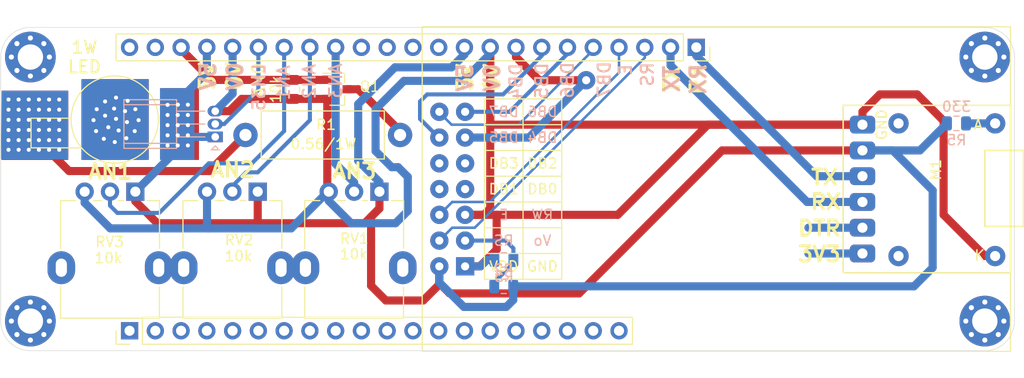
<source format=kicad_pcb>
(kicad_pcb (version 20171130) (host pcbnew "(5.1.5)-2")
  (layers (0 F.Cu signal) (31 B.Cu signal) (34 B.Paste user) (35 F.Paste user) (36 B.SilkS user) (37 F.SilkS user) (38 B.Mask user) (39 F.Mask user) (44 Edge.Cuts user))
  (net 0 "")
  (net 1 "Net-(J1-Pad1)")
  (net 2 "Net-(J2-Pad1)")
  (net 3 "Net-(J3-Pad1)")
  (net 4 "Net-(J4-Pad1)")
  (net 5 /RC0)
  (net 6 /RC1)
  (net 7 /RC2)
  (net 8 /RC3)
  (net 9 /RC4)
  (net 10 /RC5)
  (net 11 /RC6)
  (net 12 /RC7)
  (net 13 /RD0)
  (net 14 /RD1)
  (net 15 /RD2)
  (net 16 /RD3)
  (net 17 /RD4)
  (net 18 /RD5)
  (net 19 /RD6)
  (net 20 /RD7)
  (net 21 /RA0)
  (net 22 /RA1)
  (net 23 /RA2)
  (net 24 /RA3)
  (net 25 /RA4)
  (net 26 /RA5)
  (net 27 /RA6)
  (net 28 /RA7)
  (net 29 /RB0)
  (net 30 /RB1)
  (net 31 /RB2)
  (net 32 /RB3)
  (net 33 /RB4)
  (net 34 /RB5)
  (net 35 /RB6)
  (net 36 /RB7)
  (net 37 /RE0)
  (net 38 /RE1)
  (net 39 /RE2)
  (net 40 "Net-(D1-Pad1)")
  (net 41 VDD)
  (net 42 GND)
  (net 43 "Net-(M1-Pad5)")
  (net 44 "Net-(M1-Pad6)")
  (net 45 "Net-(U1-Pad7)")
  (net 46 "Net-(U1-Pad8)")
  (net 47 "Net-(U1-Pad9)")
  (net 48 "Net-(U1-Pad10)")
  (net 49 "Net-(R2-Pad2)")
  (net 50 "Net-(Q1-Pad3)")
  (net 51 "Net-(R5-Pad2)")
  (module Triet_KiCAD_footprint_v1:LCD_0802 (layer F.Cu) (at 183.0705 97.346507)
    (fp_text reference U1 hide)
    (fp_text value LCD0802)
    (fp_text user A (at 55.6641 8.8773) (layer F.SilkS))
    (fp_text user K (at 55.8038 21.7805) (layer F.SilkS))
    (fp_text user GND (at 12.7 22.86) (layer F.SilkS))
    (fp_text user VDD (at 8.89 22.86) (layer F.SilkS))
    (fp_text user Vo (at 12.7 20.32) (layer B.SilkS) (effects (justify mirror)))
    (fp_text user RW (at 12.7 17.78) (layer B.SilkS) (effects (justify mirror)))
    (fp_text user DB0 (at 12.7 15.24) (layer F.SilkS))
    (fp_text user DB2 (at 12.7 12.7) (layer F.SilkS))
    (fp_text user DB4 (at 12.7 10.16) (layer B.SilkS) (effects (justify mirror)))
    (fp_text user DB6 (at 12.7 7.62) (layer B.SilkS) (effects (justify mirror)))
    (fp_text user RS (at 8.89 20.32) (layer B.SilkS) (effects (justify mirror)))
    (fp_text user E (at 8.89 17.78) (layer B.SilkS) (effects (justify mirror)))
    (fp_text user DB1 (at 8.89 15.24) (layer F.SilkS))
    (fp_text user DB3 (at 8.89 12.7) (layer F.SilkS))
    (fp_text user DB5 (at 8.89 10.16) (layer B.SilkS) (effects (justify mirror)))
    (fp_text user DB7 (at 8.89 7.62) (layer B.SilkS) (effects (justify mirror)))
    (pad 1 thru_hole rect (at 5.08 22.86) (size 1.8 1.8) (drill 0.8) (layers *.Cu *.Mask) (net 42 GND))
    (pad 2 thru_hole circle (at 2.54 22.86) (size 1.8 1.8) (drill 0.8) (layers *.Cu *.Mask) (net 41 VDD))
    (pad 3 thru_hole circle (at 5.08 20.32) (size 1.8 1.8) (drill 0.8) (layers *.Cu *.Mask) (net 49 "Net-(R2-Pad2)"))
    (pad 4 thru_hole circle (at 2.54 20.32) (size 1.8 1.8) (drill 0.8) (layers *.Cu *.Mask) (net 10 /RC5))
    (pad 5 thru_hole circle (at 5.08 17.78) (size 1.8 1.8) (drill 0.8) (layers *.Cu *.Mask) (net 42 GND))
    (pad 6 thru_hole circle (at 2.54 17.78) (size 1.8 1.8) (drill 0.8) (layers *.Cu *.Mask) (net 9 /RC4))
    (pad 7 thru_hole circle (at 5.08 15.24) (size 1.8 1.8) (drill 0.8) (layers *.Cu *.Mask) (net 45 "Net-(U1-Pad7)"))
    (pad 8 thru_hole circle (at 2.54 15.24) (size 1.8 1.8) (drill 0.8) (layers *.Cu *.Mask) (net 46 "Net-(U1-Pad8)"))
    (pad 9 thru_hole circle (at 5.08 12.7) (size 1.8 1.8) (drill 0.8) (layers *.Cu *.Mask) (net 47 "Net-(U1-Pad9)"))
    (pad 10 thru_hole circle (at 2.54 12.7) (size 1.8 1.8) (drill 0.8) (layers *.Cu *.Mask) (net 48 "Net-(U1-Pad10)"))
    (pad 11 thru_hole circle (at 5.08 10.16) (size 1.8 1.8) (drill 0.8) (layers *.Cu *.Mask) (net 5 /RC0))
    (pad 12 thru_hole circle (at 2.54 10.16) (size 1.8 1.8) (drill 0.8) (layers *.Cu *.Mask) (net 6 /RC1))
    (pad 13 thru_hole circle (at 5.08 7.62) (size 1.8 1.8) (drill 0.8) (layers *.Cu *.Mask) (net 7 /RC2))
    (pad 14 thru_hole circle (at 2.54 7.62) (size 1.8 1.8) (drill 0.8) (layers *.Cu *.Mask) (net 8 /RC3))
    (pad 15 thru_hole circle (at 57.3786 8.8011) (size 1.8 1.8) (drill 0.8) (layers *.Cu *.Mask) (net 51 "Net-(R5-Pad2)"))
    (pad 16 thru_hole circle (at 57.3786 21.8313) (size 1.8 1.8) (drill 0.8) (layers *.Cu *.Mask) (net 42 GND))
  )
  (module Connector_PinSocket_2.54mm:PinSocket_1x23_P2.54mm_Vertical (layer F.Cu) (at 210.947 98.6155 270)
    (fp_text reference J6 hide)
    (fp_text value Conn_01x23)
    (pad 1 thru_hole rect (at 0 0 270) (size 1.7 1.7) (drill 1) (layers *.Cu *.Mask) (net 12 /RC7))
    (pad 2 thru_hole oval (at 0 2.54 270) (size 1.7 1.7) (drill 1) (layers *.Cu *.Mask) (net 11 /RC6))
    (pad 3 thru_hole oval (at 0 5.08 270) (size 1.7 1.7) (drill 1) (layers *.Cu *.Mask) (net 10 /RC5))
    (pad 4 thru_hole oval (at 0 7.62 270) (size 1.7 1.7) (drill 1) (layers *.Cu *.Mask) (net 9 /RC4))
    (pad 5 thru_hole oval (at 0 10.16 270) (size 1.7 1.7) (drill 1) (layers *.Cu *.Mask) (net 8 /RC3))
    (pad 6 thru_hole oval (at 0 12.7 270) (size 1.7 1.7) (drill 1) (layers *.Cu *.Mask) (net 7 /RC2))
    (pad 7 thru_hole oval (at 0 15.24 270) (size 1.7 1.7) (drill 1) (layers *.Cu *.Mask) (net 6 /RC1))
    (pad 8 thru_hole oval (at 0 17.78 270) (size 1.7 1.7) (drill 1) (layers *.Cu *.Mask) (net 5 /RC0))
    (pad 9 thru_hole oval (at 0 20.32 270) (size 1.7 1.7) (drill 1) (layers *.Cu *.Mask) (net 42 GND))
    (pad 10 thru_hole oval (at 0 22.86 270) (size 1.7 1.7) (drill 1) (layers *.Cu *.Mask) (net 41 VDD))
    (pad 11 thru_hole oval (at 0 25.4 270) (size 1.7 1.7) (drill 1) (layers *.Cu *.Mask) (net 28 /RA7))
    (pad 12 thru_hole oval (at 0 27.94 270) (size 1.7 1.7) (drill 1) (layers *.Cu *.Mask) (net 27 /RA6))
    (pad 13 thru_hole oval (at 0 30.48 270) (size 1.7 1.7) (drill 1) (layers *.Cu *.Mask) (net 26 /RA5))
    (pad 14 thru_hole oval (at 0 33.02 270) (size 1.7 1.7) (drill 1) (layers *.Cu *.Mask) (net 25 /RA4))
    (pad 15 thru_hole oval (at 0 35.56 270) (size 1.7 1.7) (drill 1) (layers *.Cu *.Mask) (net 24 /RA3))
    (pad 16 thru_hole oval (at 0 38.1 270) (size 1.7 1.7) (drill 1) (layers *.Cu *.Mask) (net 23 /RA2))
    (pad 17 thru_hole oval (at 0 40.64 270) (size 1.7 1.7) (drill 1) (layers *.Cu *.Mask) (net 22 /RA1))
    (pad 18 thru_hole oval (at 0 43.18 270) (size 1.7 1.7) (drill 1) (layers *.Cu *.Mask) (net 21 /RA0))
    (pad 19 thru_hole oval (at 0 45.72 270) (size 1.7 1.7) (drill 1) (layers *.Cu *.Mask) (net 42 GND))
    (pad 20 thru_hole oval (at 0 48.26 270) (size 1.7 1.7) (drill 1) (layers *.Cu *.Mask) (net 41 VDD))
    (pad 21 thru_hole oval (at 0 50.8 270) (size 1.7 1.7) (drill 1) (layers *.Cu *.Mask) (net 39 /RE2))
    (pad 22 thru_hole oval (at 0 53.34 270) (size 1.7 1.7) (drill 1) (layers *.Cu *.Mask) (net 38 /RE1))
    (pad 23 thru_hole oval (at 0 55.88 270) (size 1.7 1.7) (drill 1) (layers *.Cu *.Mask) (net 37 /RE0))
  )
  (module MountingHole:MountingHole_2.5mm_Pad_Via (layer F.Cu) (at 145.288 99.568)
    (fp_text reference J1 hide)
    (fp_text value "Mounting hole M3" hide)
    (pad 1 thru_hole circle (at 0 0) (size 5 5) (drill 2.5) (layers *.Cu *.Mask) (net 1 "Net-(J1-Pad1)"))
    (pad 1 thru_hole circle (at 1.875 0) (size 0.8 0.8) (drill 0.5) (layers *.Cu *.Mask) (net 1 "Net-(J1-Pad1)"))
    (pad 1 thru_hole circle (at 1.325825 1.325825) (size 0.8 0.8) (drill 0.5) (layers *.Cu *.Mask) (net 1 "Net-(J1-Pad1)"))
    (pad 1 thru_hole circle (at 0 1.875) (size 0.8 0.8) (drill 0.5) (layers *.Cu *.Mask) (net 1 "Net-(J1-Pad1)"))
    (pad 1 thru_hole circle (at -1.325825 1.325825) (size 0.8 0.8) (drill 0.5) (layers *.Cu *.Mask) (net 1 "Net-(J1-Pad1)"))
    (pad 1 thru_hole circle (at -1.875 0) (size 0.8 0.8) (drill 0.5) (layers *.Cu *.Mask) (net 1 "Net-(J1-Pad1)"))
    (pad 1 thru_hole circle (at -1.325825 -1.325825) (size 0.8 0.8) (drill 0.5) (layers *.Cu *.Mask) (net 1 "Net-(J1-Pad1)"))
    (pad 1 thru_hole circle (at 0 -1.875) (size 0.8 0.8) (drill 0.5) (layers *.Cu *.Mask) (net 1 "Net-(J1-Pad1)"))
    (pad 1 thru_hole circle (at 1.325825 -1.325825) (size 0.8 0.8) (drill 0.5) (layers *.Cu *.Mask) (net 1 "Net-(J1-Pad1)"))
  )
  (module MountingHole:MountingHole_2.5mm_Pad_Via (layer F.Cu) (at 145.288 125.603)
    (fp_text reference J2 hide)
    (fp_text value "Mounting hole M3" hide)
    (pad 1 thru_hole circle (at 1.325825 -1.325825) (size 0.8 0.8) (drill 0.5) (layers *.Cu *.Mask) (net 2 "Net-(J2-Pad1)"))
    (pad 1 thru_hole circle (at 0 -1.875) (size 0.8 0.8) (drill 0.5) (layers *.Cu *.Mask) (net 2 "Net-(J2-Pad1)"))
    (pad 1 thru_hole circle (at -1.325825 -1.325825) (size 0.8 0.8) (drill 0.5) (layers *.Cu *.Mask) (net 2 "Net-(J2-Pad1)"))
    (pad 1 thru_hole circle (at -1.875 0) (size 0.8 0.8) (drill 0.5) (layers *.Cu *.Mask) (net 2 "Net-(J2-Pad1)"))
    (pad 1 thru_hole circle (at -1.325825 1.325825) (size 0.8 0.8) (drill 0.5) (layers *.Cu *.Mask) (net 2 "Net-(J2-Pad1)"))
    (pad 1 thru_hole circle (at 0 1.875) (size 0.8 0.8) (drill 0.5) (layers *.Cu *.Mask) (net 2 "Net-(J2-Pad1)"))
    (pad 1 thru_hole circle (at 1.325825 1.325825) (size 0.8 0.8) (drill 0.5) (layers *.Cu *.Mask) (net 2 "Net-(J2-Pad1)"))
    (pad 1 thru_hole circle (at 1.875 0) (size 0.8 0.8) (drill 0.5) (layers *.Cu *.Mask) (net 2 "Net-(J2-Pad1)"))
    (pad 1 thru_hole circle (at 0 0) (size 5 5) (drill 2.5) (layers *.Cu *.Mask) (net 2 "Net-(J2-Pad1)"))
  )
  (module MountingHole:MountingHole_2.5mm_Pad_Via (layer F.Cu) (at 239.395 99.568)
    (fp_text reference J3 hide)
    (fp_text value "Mounting hole M3" hide)
    (pad 1 thru_hole circle (at 0 0) (size 5 5) (drill 2.5) (layers *.Cu *.Mask) (net 3 "Net-(J3-Pad1)"))
    (pad 1 thru_hole circle (at 1.875 0) (size 0.8 0.8) (drill 0.5) (layers *.Cu *.Mask) (net 3 "Net-(J3-Pad1)"))
    (pad 1 thru_hole circle (at 1.325825 1.325825) (size 0.8 0.8) (drill 0.5) (layers *.Cu *.Mask) (net 3 "Net-(J3-Pad1)"))
    (pad 1 thru_hole circle (at 0 1.875) (size 0.8 0.8) (drill 0.5) (layers *.Cu *.Mask) (net 3 "Net-(J3-Pad1)"))
    (pad 1 thru_hole circle (at -1.325825 1.325825) (size 0.8 0.8) (drill 0.5) (layers *.Cu *.Mask) (net 3 "Net-(J3-Pad1)"))
    (pad 1 thru_hole circle (at -1.875 0) (size 0.8 0.8) (drill 0.5) (layers *.Cu *.Mask) (net 3 "Net-(J3-Pad1)"))
    (pad 1 thru_hole circle (at -1.325825 -1.325825) (size 0.8 0.8) (drill 0.5) (layers *.Cu *.Mask) (net 3 "Net-(J3-Pad1)"))
    (pad 1 thru_hole circle (at 0 -1.875) (size 0.8 0.8) (drill 0.5) (layers *.Cu *.Mask) (net 3 "Net-(J3-Pad1)"))
    (pad 1 thru_hole circle (at 1.325825 -1.325825) (size 0.8 0.8) (drill 0.5) (layers *.Cu *.Mask) (net 3 "Net-(J3-Pad1)"))
  )
  (module MountingHole:MountingHole_2.5mm_Pad_Via (layer F.Cu) (at 239.395 125.603)
    (fp_text reference J4 hide)
    (fp_text value "Mounting hole M3" hide)
    (pad 1 thru_hole circle (at 1.325825 -1.325825) (size 0.8 0.8) (drill 0.5) (layers *.Cu *.Mask) (net 4 "Net-(J4-Pad1)"))
    (pad 1 thru_hole circle (at 0 -1.875) (size 0.8 0.8) (drill 0.5) (layers *.Cu *.Mask) (net 4 "Net-(J4-Pad1)"))
    (pad 1 thru_hole circle (at -1.325825 -1.325825) (size 0.8 0.8) (drill 0.5) (layers *.Cu *.Mask) (net 4 "Net-(J4-Pad1)"))
    (pad 1 thru_hole circle (at -1.875 0) (size 0.8 0.8) (drill 0.5) (layers *.Cu *.Mask) (net 4 "Net-(J4-Pad1)"))
    (pad 1 thru_hole circle (at -1.325825 1.325825) (size 0.8 0.8) (drill 0.5) (layers *.Cu *.Mask) (net 4 "Net-(J4-Pad1)"))
    (pad 1 thru_hole circle (at 0 1.875) (size 0.8 0.8) (drill 0.5) (layers *.Cu *.Mask) (net 4 "Net-(J4-Pad1)"))
    (pad 1 thru_hole circle (at 1.325825 1.325825) (size 0.8 0.8) (drill 0.5) (layers *.Cu *.Mask) (net 4 "Net-(J4-Pad1)"))
    (pad 1 thru_hole circle (at 1.875 0) (size 0.8 0.8) (drill 0.5) (layers *.Cu *.Mask) (net 4 "Net-(J4-Pad1)"))
    (pad 1 thru_hole circle (at 0 0) (size 5 5) (drill 2.5) (layers *.Cu *.Mask) (net 4 "Net-(J4-Pad1)"))
  )
  (module Connector_PinHeader_2.54mm:PinHeader_1x20_P2.54mm_Vertical (layer F.Cu) (at 155.067 126.5555 90)
    (fp_text reference J5 hide)
    (fp_text value Conn_01x20)
    (pad 1 thru_hole rect (at 0 0 90) (size 1.7 1.7) (drill 1) (layers *.Cu *.Mask) (net 41 VDD))
    (pad 2 thru_hole oval (at 0 2.54 90) (size 1.7 1.7) (drill 1) (layers *.Cu *.Mask) (net 42 GND))
    (pad 3 thru_hole oval (at 0 5.08 90) (size 1.7 1.7) (drill 1) (layers *.Cu *.Mask) (net 36 /RB7))
    (pad 4 thru_hole oval (at 0 7.62 90) (size 1.7 1.7) (drill 1) (layers *.Cu *.Mask) (net 35 /RB6))
    (pad 5 thru_hole oval (at 0 10.16 90) (size 1.7 1.7) (drill 1) (layers *.Cu *.Mask) (net 34 /RB5))
    (pad 6 thru_hole oval (at 0 12.7 90) (size 1.7 1.7) (drill 1) (layers *.Cu *.Mask) (net 33 /RB4))
    (pad 7 thru_hole oval (at 0 15.24 90) (size 1.7 1.7) (drill 1) (layers *.Cu *.Mask) (net 32 /RB3))
    (pad 8 thru_hole oval (at 0 17.78 90) (size 1.7 1.7) (drill 1) (layers *.Cu *.Mask) (net 31 /RB2))
    (pad 9 thru_hole oval (at 0 20.32 90) (size 1.7 1.7) (drill 1) (layers *.Cu *.Mask) (net 30 /RB1))
    (pad 10 thru_hole oval (at 0 22.86 90) (size 1.7 1.7) (drill 1) (layers *.Cu *.Mask) (net 29 /RB0))
    (pad 11 thru_hole oval (at 0 25.4 90) (size 1.7 1.7) (drill 1) (layers *.Cu *.Mask) (net 41 VDD))
    (pad 12 thru_hole oval (at 0 27.94 90) (size 1.7 1.7) (drill 1) (layers *.Cu *.Mask) (net 42 GND))
    (pad 13 thru_hole oval (at 0 30.48 90) (size 1.7 1.7) (drill 1) (layers *.Cu *.Mask) (net 20 /RD7))
    (pad 14 thru_hole oval (at 0 33.02 90) (size 1.7 1.7) (drill 1) (layers *.Cu *.Mask) (net 19 /RD6))
    (pad 15 thru_hole oval (at 0 35.56 90) (size 1.7 1.7) (drill 1) (layers *.Cu *.Mask) (net 18 /RD5))
    (pad 16 thru_hole oval (at 0 38.1 90) (size 1.7 1.7) (drill 1) (layers *.Cu *.Mask) (net 17 /RD4))
    (pad 17 thru_hole oval (at 0 40.64 90) (size 1.7 1.7) (drill 1) (layers *.Cu *.Mask) (net 16 /RD3))
    (pad 18 thru_hole oval (at 0 43.18 90) (size 1.7 1.7) (drill 1) (layers *.Cu *.Mask) (net 15 /RD2))
    (pad 19 thru_hole oval (at 0 45.72 90) (size 1.7 1.7) (drill 1) (layers *.Cu *.Mask) (net 14 /RD1))
    (pad 20 thru_hole oval (at 0 48.26 90) (size 1.7 1.7) (drill 1) (layers *.Cu *.Mask) (net 13 /RD0))
  )
  (module LED_SMD:LED_1W_3W_R8 (layer F.Cu) (at 153.6065 105.7275)
    (fp_text reference D1 hide)
    (fp_text value LED)
    (pad 2 smd rect (at 6.35 -1.35) (size 3.5 2.7) (layers F.Cu F.Paste F.Mask) (net 41 VDD))
    (pad 1 smd rect (at -6.35 1.35) (size 3.5 2.7) (layers F.Cu F.Paste F.Mask) (net 40 "Net-(D1-Pad1)"))
    (pad 3 smd circle (at 0 0) (size 5.7 5.7) (layers F.Cu F.Paste F.Mask))
  )
  (module "KICAD_Library1_Triet:Module CH340E mini" (layer F.Cu) (at 227.33 112.5855 270)
    (fp_text reference M1 (at -1.905 -7.239 90) (layer F.SilkS))
    (fp_text value Module_CH340E)
    (fp_text user GND (at -6.35 -1.905 270) (layer F.SilkS))
    (pad 1 thru_hole roundrect (at -6.35 0 270) (size 1.75 2.5) (drill 1) (layers *.Cu *.Mask) (net 42 GND))
    (pad 0 thru_hole circle (at 6.604 -13.081) (size 2 2) (drill 1) (layers *.Cu *.Mask))
    (pad 0 thru_hole circle (at -6.477 -13.081) (size 2 2) (drill 1) (layers *.Cu *.Mask))
    (pad 0 thru_hole circle (at 6.604 -3.556) (size 2 2) (drill 1) (layers *.Cu *.Mask))
    (pad 0 thru_hole circle (at -6.477 -3.556) (size 2 2) (drill 1) (layers *.Cu *.Mask))
    (pad 2 thru_hole roundrect (at -3.81 0 270) (size 1.75 2.5) (drill 1) (layers *.Cu *.Mask) (net 41 VDD))
    (pad 3 thru_hole roundrect (at -1.27 0 270) (size 1.75 2.5) (drill 1) (layers *.Cu *.Mask) (net 12 /RC7))
    (pad 4 thru_hole roundrect (at 1.27 0 270) (size 1.75 2.5) (drill 1) (layers *.Cu *.Mask) (net 11 /RC6))
    (pad 5 thru_hole roundrect (at 3.81 0 270) (size 1.75 2.5) (drill 1) (layers *.Cu *.Mask) (net 43 "Net-(M1-Pad5)"))
    (pad 6 thru_hole roundrect (at 6.35 0 270) (size 1.75 2.5) (drill 1) (layers *.Cu *.Mask) (net 44 "Net-(M1-Pad6)"))
  )
  (module Resistor_THT:R_Axial_DIN0414_L11.9mm_D4.5mm_P15.24mm_Horizontal (layer F.Cu) (at 166.497 107.2515)
    (fp_text reference R1 (at 7.9375 -1.016) (layer F.SilkS))
    (fp_text value 0.56/1W (at 7.6835 0.889) (layer F.SilkS))
    (pad 1 thru_hole circle (at 0 0) (size 2.4 2.4) (drill 1.2) (layers *.Cu *.Mask) (net 40 "Net-(D1-Pad1)"))
    (pad 2 thru_hole oval (at 15.24 0) (size 2.4 2.4) (drill 1.2) (layers *.Cu *.Mask) (net 50 "Net-(Q1-Pad3)"))
  )
  (module Potentiometer_THT:Potentiometer_Alpha_RD901F-40-00D_Single_Vertical (layer F.Cu) (at 179.705 112.8395 270)
    (fp_text reference RV1 (at 4.6355 2.4765) (layer F.SilkS))
    (fp_text value 10k (at 6.1595 2.54) (layer F.SilkS))
    (pad 1 thru_hole rect (at 0 0) (size 1.8 1.8) (drill 1) (layers *.Cu *.Mask) (net 41 VDD))
    (pad 2 thru_hole circle (at 0 2.5) (size 1.8 1.8) (drill 1) (layers *.Cu *.Mask) (net 24 /RA3))
    (pad 3 thru_hole circle (at 0 5) (size 1.8 1.8) (drill 1) (layers *.Cu *.Mask) (net 42 GND))
    (pad "" thru_hole oval (at 7.5 7.3) (size 2.72 3.24) (drill oval 1.1 1.8) (layers *.Cu *.Mask))
    (pad "" thru_hole oval (at 7.5 -2.3) (size 2.72 3.24) (drill oval 1.1 1.8) (layers *.Cu *.Mask))
  )
  (module Potentiometer_THT:Potentiometer_Alpha_RD901F-40-00D_Single_Vertical (layer F.Cu) (at 167.7035 112.8395 270)
    (fp_text reference RV2 (at 4.7625 1.8415) (layer F.SilkS))
    (fp_text value 10k (at 6.35 1.905) (layer F.SilkS))
    (pad "" thru_hole oval (at 7.5 -2.3) (size 2.72 3.24) (drill oval 1.1 1.8) (layers *.Cu *.Mask))
    (pad "" thru_hole oval (at 7.5 7.3) (size 2.72 3.24) (drill oval 1.1 1.8) (layers *.Cu *.Mask))
    (pad 3 thru_hole circle (at 0 5) (size 1.8 1.8) (drill 1) (layers *.Cu *.Mask) (net 42 GND))
    (pad 2 thru_hole circle (at 0 2.5) (size 1.8 1.8) (drill 1) (layers *.Cu *.Mask) (net 23 /RA2))
    (pad 1 thru_hole rect (at 0 0) (size 1.8 1.8) (drill 1) (layers *.Cu *.Mask) (net 41 VDD))
  )
  (module Potentiometer_THT:Potentiometer_Alpha_RD901F-40-00D_Single_Vertical (layer F.Cu) (at 155.6385 112.8395 270)
    (fp_text reference RV3 (at 4.953 2.54) (layer F.SilkS))
    (fp_text value 10k (at 6.5405 2.667) (layer F.SilkS))
    (pad 1 thru_hole rect (at 0 0) (size 1.8 1.8) (drill 1) (layers *.Cu *.Mask) (net 41 VDD))
    (pad 2 thru_hole circle (at 0 2.5) (size 1.8 1.8) (drill 1) (layers *.Cu *.Mask) (net 22 /RA1))
    (pad 3 thru_hole circle (at 0 5) (size 1.8 1.8) (drill 1) (layers *.Cu *.Mask) (net 42 GND))
    (pad "" thru_hole oval (at 7.5 7.3) (size 2.72 3.24) (drill oval 1.1 1.8) (layers *.Cu *.Mask))
    (pad "" thru_hole oval (at 7.5 -2.3) (size 2.72 3.24) (drill oval 1.1 1.8) (layers *.Cu *.Mask))
  )
  (module Resistor_SMD:R_0805_2012Metric (layer B.Cu) (at 191.9605 122.174 180)
    (fp_text reference R2 (at 0 1.65 180) (layer B.SilkS) (effects (justify mirror)))
    (fp_text value 10k)
    (pad 1 smd roundrect (at -0.9375 0 180) (size 0.975 1.4) (layers B.Cu B.Paste B.Mask) (net 41 VDD))
    (pad 2 smd roundrect (at 0.9375 0 180) (size 0.975 1.4) (layers B.Cu B.Paste B.Mask) (net 49 "Net-(R2-Pad2)"))
  )
  (module Resistor_SMD:R_0805_2012Metric (layer B.Cu) (at 191.9755 119.5705)
    (fp_text reference R3 (at 0 1.65) (layer B.SilkS) (effects (justify mirror)))
    (fp_text value 330)
    (pad 2 smd roundrect (at 0.9375 0) (size 0.975 1.4) (layers B.Cu B.Paste B.Mask) (net 49 "Net-(R2-Pad2)"))
    (pad 1 smd roundrect (at -0.9375 0) (size 0.975 1.4) (layers B.Cu B.Paste B.Mask) (net 42 GND))
  )
  (module Package_TO_SOT_SMD:SOT-23 (layer F.Cu) (at 175.514 102.743)
    (fp_text reference Q1 (at 3.2385 -0.254 -180) (layer F.SilkS))
    (fp_text value BS870)
    (pad 1 smd rect (at -1 -0.95) (size 0.9 0.8) (layers F.Cu F.Paste F.Mask) (net 39 /RE2))
    (pad 2 smd rect (at -1 0.95) (size 0.9 0.8) (layers F.Cu F.Paste F.Mask) (net 42 GND))
    (pad 3 smd rect (at 1 0) (size 0.9 0.8) (layers F.Cu F.Paste F.Mask) (net 50 "Net-(Q1-Pad3)"))
  )
  (module Resistor_SMD:R_0805_2012Metric (layer F.Cu) (at 171.1325 102.758 270)
    (fp_text reference R4 hide)
    (fp_text value 10k (at 0 1.65 90) (layer F.SilkS))
    (pad 1 smd roundrect (at -0.9375 0 270) (size 0.975 1.4) (layers F.Cu F.Paste F.Mask) (net 39 /RE2))
    (pad 2 smd roundrect (at 0.9375 0 270) (size 0.975 1.4) (layers F.Cu F.Paste F.Mask) (net 42 GND))
  )
  (module Package_TO_SOT_THT:TO-92_Inline_W4.0mm_Horizontal_FlatSideDown (layer B.Cu) (at 163.5125 107.442 90)
    (fp_text reference U2 hide)
    (fp_text value LM35-LP)
    (pad 2 thru_hole oval (at 1.27 0 90) (size 1.05 1.5) (drill 0.75) (layers *.Cu *.Mask) (net 21 /RA0))
    (pad 3 thru_hole oval (at 2.54 0 90) (size 1.05 1.5) (drill 0.75) (layers *.Cu *.Mask) (net 42 GND))
    (pad 1 thru_hole rect (at 0 0 90) (size 1.05 1.5) (drill 0.75) (layers *.Cu *.Mask) (net 41 VDD))
  )
  (module Resistor_SMD:R_0805_2012Metric (layer B.Cu) (at 236.601 106.1085)
    (fp_text reference R5 (at 0 1.65) (layer B.SilkS) (effects (justify mirror)))
    (fp_text value 330 (at 0 -1.65) (layer B.SilkS) (effects (justify mirror)))
    (pad 1 smd roundrect (at -0.9375 0) (size 0.975 1.4) (layers B.Cu B.Paste B.Mask) (net 41 VDD))
    (pad 2 smd roundrect (at 0.9375 0) (size 0.975 1.4) (layers B.Cu B.Paste B.Mask) (net 51 "Net-(R5-Pad2)"))
  )
  (gr_text RS (at 206.121 101.2825 90) (layer B.SilkS) (effects (font (size 1.2 1.2) (thickness 0.2)) (justify mirror)))
  (gr_text E (at 203.962 100.838 90) (layer B.SilkS) (effects (font (size 1.2 1.2) (thickness 0.2)) (justify mirror)))
  (gr_text DB7 (at 201.8665 101.7905 90) (layer B.SilkS) (effects (font (size 1.2 1.2) (thickness 0.2)) (justify mirror)))
  (gr_text DB4 (at 193.167 101.981 90) (layer B.SilkS) (effects (font (size 1.2 1.2) (thickness 0.2)) (justify mirror)))
  (gr_text DB5 (at 195.707 101.9175 90) (layer B.SilkS) (effects (font (size 1.2 1.2) (thickness 0.2)) (justify mirror)))
  (gr_text DB6 (at 198.247 101.854 90) (layer B.SilkS) (effects (font (size 1.2 1.2) (thickness 0.2)) (justify mirror)))
  (gr_text TX (at 208.534 101.727 90) (layer B.SilkS) (effects (font (size 1.5 1.5) (thickness 0.3)) (justify mirror)))
  (gr_text RX (at 211.1375 101.727 90) (layer B.SilkS) (effects (font (size 1.5 1.5) (thickness 0.3)) (justify mirror)))
  (gr_text AN3 (at 175.387 101.9175 90) (layer B.SilkS) (effects (font (size 1.2 1.2) (thickness 0.2)) (justify mirror)))
  (gr_text AN2 (at 172.7835 101.981 90) (layer B.SilkS) (effects (font (size 1.2 1.2) (thickness 0.2)) (justify mirror)))
  (gr_text AN1 (at 170.2435 102.108 90) (layer B.SilkS) (effects (font (size 1.2 1.2) (thickness 0.2)) (justify mirror)))
  (gr_text LM35 (at 167.8305 102.5525 90) (layer B.SilkS) (effects (font (size 1.2 1.2) (thickness 0.2)) (justify mirror)))
  (gr_text 0V (at 165.481 101.473 90) (layer B.SilkS) (effects (font (size 1.5 1.5) (thickness 0.3)) (justify mirror)))
  (gr_text 5V (at 162.814 101.473 90) (layer B.SilkS) (effects (font (size 1.5 1.5) (thickness 0.3)) (justify mirror)))
  (gr_text 0V (at 190.8175 101.6 90) (layer B.SilkS) (effects (font (size 1.5 1.5) (thickness 0.3)) (justify mirror)))
  (gr_text 5V (at 188.1505 101.6 90) (layer B.SilkS) (effects (font (size 1.5 1.5) (thickness 0.3)) (justify mirror)))
  (gr_text "1W\nLED" (at 150.622 99.568) (layer F.SilkS) (effects (font (size 1.2 1.2) (thickness 0.2))))
  (gr_text AN0 (at 167.767 101.854 90) (layer F.SilkS) (effects (font (size 1.2 1.2) (thickness 0.2))))
  (gr_text 0V (at 165.4175 101.473 90) (layer F.SilkS) (effects (font (size 1.5 1.5) (thickness 0.3))))
  (gr_text 5V (at 162.7505 101.473 90) (layer F.SilkS) (effects (font (size 1.5 1.5) (thickness 0.3))))
  (gr_text 0V (at 190.8175 101.6 90) (layer F.SilkS) (effects (font (size 1.5 1.5) (thickness 0.3))))
  (gr_text 5V (at 188.1505 101.6 90) (layer F.SilkS) (effects (font (size 1.5 1.5) (thickness 0.3))))
  (gr_text 3V3 (at 223.0755 118.999) (layer F.SilkS) (effects (font (size 1.5 1.5) (thickness 0.3))))
  (gr_text DTR (at 223.0755 116.459) (layer F.SilkS) (effects (font (size 1.5 1.5) (thickness 0.3))))
  (gr_text TX (at 223.5835 111.4425) (layer F.SilkS) (effects (font (size 1.5 1.5) (thickness 0.3))))
  (gr_text RX (at 211.1375 101.7905 90) (layer F.SilkS) (effects (font (size 1.5 1.5) (thickness 0.3))))
  (gr_text TX (at 208.534 101.7905 90) (layer F.SilkS) (effects (font (size 1.5 1.5) (thickness 0.3))))
  (gr_text RX (at 223.7105 113.8555) (layer F.SilkS) (effects (font (size 1.5 1.5) (thickness 0.3))))
  (gr_text AN3 (at 177.2285 110.8075) (layer F.SilkS) (effects (font (size 1.5 1.5) (thickness 0.3))))
  (gr_text AN2 (at 165.227 110.6805) (layer F.SilkS) (effects (font (size 1.5 1.5) (thickness 0.3))))
  (gr_text AN1 (at 153.162 110.871) (layer F.SilkS) (effects (font (size 1.5 1.5) (thickness 0.3))))
  (gr_poly (pts (xy 156.9085 109.6645) (xy 150.368 109.6645) (xy 150.368 101.7905) (xy 156.9085 101.7905)) (layer F.Cu) (width 0.1))
  (gr_poly (pts (xy 161.417 109.6645) (xy 160.655 109.6645) (xy 158.115 109.6645) (xy 158.115 102.6795) (xy 161.417 102.6795)) (layer B.Cu) (width 0.1))
  (gr_poly (pts (xy 156.9085 109.6645) (xy 150.368 109.6645) (xy 150.368 101.7905) (xy 156.9085 101.7905)) (layer B.Cu) (width 0.1))
  (gr_poly (pts (xy 148.971 109.601) (xy 142.4305 109.601) (xy 142.494 102.9335) (xy 148.971 102.9335)) (layer B.Cu) (width 0.1))
  (gr_poly (pts (xy 148.971 109.6645) (xy 142.494 109.6645) (xy 142.494 102.9335) (xy 148.971 102.9335)) (layer F.Cu) (width 0.1))
  (gr_poly (pts (xy 161.8615 109.6645) (xy 158.1785 109.6645) (xy 158.1785 102.6795) (xy 161.8615 102.6795)) (layer F.Cu) (width 0.1))
  (gr_arc (start 239.395 99.568) (end 242.316 99.568) (angle -90) (layer Edge.Cuts) (width 0.05))
  (gr_arc (start 239.395 125.603) (end 239.395 128.524) (angle -90) (layer Edge.Cuts) (width 0.05))
  (gr_arc (start 145.288 125.603) (end 142.367 125.603) (angle -90) (layer Edge.Cuts) (width 0.05))
  (gr_arc (start 145.288 99.568) (end 145.288 96.647) (angle -90) (layer Edge.Cuts) (width 0.05))
  (gr_line (start 142.367 125.603) (end 142.367 99.568) (layer Edge.Cuts) (width 0.05))
  (gr_line (start 239.395 128.524) (end 145.288 128.524) (layer Edge.Cuts) (width 0.05))
  (gr_line (start 242.316 99.568) (end 242.316 125.603) (layer Edge.Cuts) (width 0.05))
  (gr_line (start 145.288 96.647) (end 239.395 96.647) (layer Edge.Cuts) (width 0.05))
  (segment (start 205.867 98.9965) (end 205.867 98.6155) (width 0.25) (layer B.Cu) (net 10))
  (segment (start 186.8805 116.3955) (end 185.6105 117.6655) (width 0.25) (layer B.Cu) (net 10))
  (segment (start 189.103 116.3955) (end 186.8805 116.3955) (width 0.25) (layer B.Cu) (net 10))
  (segment (start 205.867 98.6155) (end 205.867 99.6315) (width 0.25) (layer B.Cu) (net 10))
  (segment (start 185.6105 117.6655) (end 185.6105 117.666507) (width 0.25) (layer B.Cu) (net 10))
  (segment (start 205.867 99.6315) (end 189.103 116.3955) (width 0.25) (layer B.Cu) (net 10))
  (segment (start 227.33 113.8555) (end 221.869 113.8555) (width 0.8) (layer B.Cu) (net 11))
  (segment (start 208.407 100.3935) (end 208.407 98.6155) (width 0.8) (layer B.Cu) (net 11))
  (segment (start 221.869 113.8555) (end 208.407 100.3935) (width 0.8) (layer B.Cu) (net 11))
  (segment (start 227.33 111.3155) (end 222.8215 111.3155) (width 0.8) (layer B.Cu) (net 12))
  (segment (start 210.947 99.441) (end 210.947 98.6155) (width 0.8) (layer B.Cu) (net 12))
  (segment (start 222.8215 111.3155) (end 210.947 99.441) (width 0.8) (layer B.Cu) (net 12))
  (via (at 143.129 107.7595) (size 0.8) (drill 0.4) (layers F.Cu B.Cu) (net 40))
  (via (at 144.129 107.7595) (size 0.8) (drill 0.4) (layers F.Cu B.Cu) (net 40))
  (via (at 145.129 107.7595) (size 0.8) (drill 0.4) (layers F.Cu B.Cu) (net 40))
  (via (at 146.129 107.7595) (size 0.8) (drill 0.4) (layers F.Cu B.Cu) (net 40))
  (via (at 147.129 107.7595) (size 0.8) (drill 0.4) (layers F.Cu B.Cu) (net 40))
  (via (at 148.129 107.7595) (size 0.8) (drill 0.4) (layers F.Cu B.Cu) (net 40))
  (via (at 143.129 106.7595) (size 0.8) (drill 0.4) (layers F.Cu B.Cu) (net 40))
  (via (at 144.129 106.7595) (size 0.8) (drill 0.4) (layers F.Cu B.Cu) (net 40))
  (via (at 145.129 106.7595) (size 0.8) (drill 0.4) (layers F.Cu B.Cu) (net 40))
  (via (at 146.129 106.7595) (size 0.8) (drill 0.4) (layers F.Cu B.Cu) (net 40))
  (via (at 148.129 106.7595) (size 0.8) (drill 0.4) (layers F.Cu B.Cu) (net 40))
  (via (at 143.129 105.7595) (size 0.8) (drill 0.4) (layers F.Cu B.Cu) (net 40))
  (via (at 144.129 105.7595) (size 0.8) (drill 0.4) (layers F.Cu B.Cu) (net 40))
  (via (at 145.129 105.7595) (size 0.8) (drill 0.4) (layers F.Cu B.Cu) (net 40))
  (via (at 146.129 105.7595) (size 0.8) (drill 0.4) (layers F.Cu B.Cu) (net 40))
  (via (at 147.129 105.7595) (size 0.8) (drill 0.4) (layers F.Cu B.Cu) (net 40))
  (via (at 148.129 105.7595) (size 0.8) (drill 0.4) (layers F.Cu B.Cu) (net 40))
  (via (at 143.129 104.7595) (size 0.8) (drill 0.4) (layers F.Cu B.Cu) (net 40))
  (via (at 144.129 104.7595) (size 0.8) (drill 0.4) (layers F.Cu B.Cu) (net 40))
  (via (at 145.129 104.7595) (size 0.8) (drill 0.4) (layers F.Cu B.Cu) (net 40))
  (via (at 146.129 104.7595) (size 0.8) (drill 0.4) (layers F.Cu B.Cu) (net 40))
  (via (at 147.129 104.7595) (size 0.8) (drill 0.4) (layers F.Cu B.Cu) (net 40))
  (via (at 148.129 104.7595) (size 0.8) (drill 0.4) (layers F.Cu B.Cu) (net 40))
  (via (at 143.129 103.7595) (size 0.8) (drill 0.4) (layers F.Cu B.Cu) (net 40))
  (via (at 144.129 103.7595) (size 0.8) (drill 0.4) (layers F.Cu B.Cu) (net 40))
  (via (at 145.129 103.7595) (size 0.8) (drill 0.4) (layers F.Cu B.Cu) (net 40))
  (via (at 146.129 103.7595) (size 0.8) (drill 0.4) (layers F.Cu B.Cu) (net 40))
  (via (at 148.129 103.7595) (size 0.8) (drill 0.4) (layers F.Cu B.Cu) (net 40))
  (segment (start 180.467 126.5555) (end 180.467 125.9205) (width 0.4) (layer F.Cu) (net 41))
  (segment (start 192.898 122.174) (end 232.41 122.174) (width 0.8) (layer B.Cu) (net 41))
  (segment (start 232.41 122.174) (end 234.2515 120.3325) (width 0.8) (layer B.Cu) (net 41))
  (segment (start 234.2515 120.3325) (end 234.2515 112.7125) (width 0.8) (layer B.Cu) (net 41))
  (segment (start 230.3145 108.7755) (end 227.33 108.7755) (width 0.8) (layer B.Cu) (net 41))
  (segment (start 234.2515 112.7125) (end 230.3145 108.7755) (width 0.8) (layer B.Cu) (net 41))
  (via (at 158.8135 108.2835) (size 0.8) (drill 0.4) (layers F.Cu B.Cu) (net 41))
  (via (at 159.8135 108.2835) (size 0.8) (drill 0.4) (layers F.Cu B.Cu) (net 41))
  (via (at 160.8135 108.2835) (size 0.8) (drill 0.4) (layers F.Cu B.Cu) (net 41))
  (via (at 158.8135 107.2835) (size 0.8) (drill 0.4) (layers F.Cu B.Cu) (net 41))
  (via (at 159.8135 107.2835) (size 0.8) (drill 0.4) (layers F.Cu B.Cu) (net 41))
  (via (at 160.8135 107.2835) (size 0.8) (drill 0.4) (layers F.Cu B.Cu) (net 41))
  (via (at 158.8135 106.2835) (size 0.8) (drill 0.4) (layers F.Cu B.Cu) (net 41))
  (via (at 159.8135 106.2835) (size 0.8) (drill 0.4) (layers F.Cu B.Cu) (net 41))
  (via (at 160.8135 106.2835) (size 0.8) (drill 0.4) (layers F.Cu B.Cu) (net 41))
  (via (at 158.8135 105.2835) (size 0.8) (drill 0.4) (layers F.Cu B.Cu) (net 41))
  (via (at 159.8135 105.2835) (size 0.8) (drill 0.4) (layers F.Cu B.Cu) (net 41))
  (via (at 159.8295 104.267) (size 0.8) (drill 0.4) (layers F.Cu B.Cu) (net 41))
  (segment (start 162.687 101.092) (end 159.8135 103.9655) (width 0.8) (layer B.Cu) (net 41))
  (segment (start 159.8135 103.9655) (end 159.8135 105.2835) (width 0.8) (layer B.Cu) (net 41))
  (segment (start 162.687 98.6155) (end 162.687 101.092) (width 0.8) (layer B.Cu) (net 41))
  (via (at 160.8135 105.2835) (size 0.8) (drill 0.4) (layers F.Cu B.Cu) (net 41))
  (via (at 158.8135 104.2835) (size 0.8) (drill 0.4) (layers F.Cu B.Cu) (net 41))
  (via (at 152.654 103.9495) (size 0.8) (drill 0.4) (layers F.Cu B.Cu) (net 0))
  (via (at 151.8285 104.7115) (size 0.8) (drill 0.4) (layers F.Cu B.Cu) (net 0))
  (via (at 151.511 105.791) (size 0.8) (drill 0.4) (layers F.Cu B.Cu) (net 0))
  (via (at 151.765 106.8705) (size 0.8) (drill 0.4) (layers F.Cu B.Cu) (net 0))
  (via (at 152.527 107.6325) (size 0.8) (drill 0.4) (layers F.Cu B.Cu) (net 0))
  (via (at 153.6065 107.95) (size 0.8) (drill 0.4) (layers F.Cu B.Cu) (net 0))
  (via (at 154.7495 107.569) (size 0.8) (drill 0.4) (layers F.Cu B.Cu) (net 0))
  (via (at 155.575 106.8705) (size 0.8) (drill 0.4) (layers F.Cu B.Cu) (net 0))
  (via (at 155.956 105.791) (size 0.8) (drill 0.4) (layers F.Cu B.Cu) (net 0))
  (via (at 155.6385 104.7115) (size 0.8) (drill 0.4) (layers F.Cu B.Cu) (net 0))
  (via (at 154.8765 103.886) (size 0.8) (drill 0.4) (layers F.Cu B.Cu) (net 0))
  (via (at 153.7335 103.5685) (size 0.8) (drill 0.4) (layers F.Cu B.Cu) (net 0))
  (via (at 153.543 104.648) (size 0.8) (drill 0.4) (layers F.Cu B.Cu) (net 0))
  (via (at 152.654 105.3465) (size 0.8) (drill 0.4) (layers F.Cu B.Cu) (net 0))
  (via (at 152.9715 106.4895) (size 0.8) (drill 0.4) (layers F.Cu B.Cu) (net 0))
  (via (at 153.9875 106.807) (size 0.8) (drill 0.4) (layers F.Cu B.Cu) (net 0))
  (via (at 154.813 105.9815) (size 0.8) (drill 0.4) (layers F.Cu B.Cu) (net 0))
  (via (at 153.7335 105.664) (size 0.8) (drill 0.4) (layers F.Cu B.Cu) (net 0))
  (via (at 154.6225 104.902) (size 0.8) (drill 0.4) (layers F.Cu B.Cu) (net 0))
  (segment (start 188.1505 107.506507) (end 194.435993 107.506507) (width 0.8) (layer B.Cu) (net 5))
  (segment (start 194.435993 107.506507) (end 200.0885 101.854) (width 0.8) (layer B.Cu) (net 5))
  (via (at 200.0885 101.854) (size 1.8) (drill 0.8) (layers F.Cu B.Cu) (net 5))
  (segment (start 193.167 98.6155) (end 193.167 99.568) (width 0.8) (layer F.Cu) (net 5))
  (segment (start 195.453 101.854) (end 200.0885 101.854) (width 0.8) (layer F.Cu) (net 5))
  (segment (start 193.167 99.568) (end 195.453 101.854) (width 0.8) (layer F.Cu) (net 5))
  (segment (start 195.707 99.441) (end 195.707 98.6155) (width 0.4) (layer B.Cu) (net 6))
  (segment (start 191.897 103.251) (end 195.707 99.441) (width 0.4) (layer B.Cu) (net 6))
  (segment (start 185.548007 107.506507) (end 183.7055 105.664) (width 0.4) (layer B.Cu) (net 6))
  (segment (start 184.404 103.251) (end 191.897 103.251) (width 0.4) (layer B.Cu) (net 6))
  (segment (start 185.6105 107.506507) (end 185.548007 107.506507) (width 0.4) (layer B.Cu) (net 6))
  (segment (start 183.7055 103.9495) (end 184.404 103.251) (width 0.4) (layer B.Cu) (net 6))
  (segment (start 183.7055 105.664) (end 183.7055 103.9495) (width 0.4) (layer B.Cu) (net 6))
  (segment (start 198.247 99.2505) (end 198.247 98.6155) (width 0.4) (layer B.Cu) (net 7))
  (segment (start 188.1505 104.966507) (end 192.530993 104.966507) (width 0.4) (layer B.Cu) (net 7))
  (segment (start 192.530993 104.966507) (end 198.247 99.2505) (width 0.4) (layer B.Cu) (net 7))
  (segment (start 200.787 98.8695) (end 200.787 98.6155) (width 0.25) (layer B.Cu) (net 8))
  (segment (start 193.421 106.2355) (end 200.787 98.8695) (width 0.25) (layer B.Cu) (net 8))
  (segment (start 186.817 106.2355) (end 193.421 106.2355) (width 0.25) (layer B.Cu) (net 8))
  (segment (start 185.6105 104.966507) (end 185.6105 105.029) (width 0.25) (layer B.Cu) (net 8))
  (segment (start 185.6105 105.029) (end 186.817 106.2355) (width 0.25) (layer B.Cu) (net 8))
  (segment (start 186.881507 113.8555) (end 185.6105 115.126507) (width 0.25) (layer B.Cu) (net 9))
  (segment (start 203.327 98.6155) (end 203.327 101.092) (width 0.25) (layer B.Cu) (net 9))
  (segment (start 190.5635 113.8555) (end 186.881507 113.8555) (width 0.25) (layer B.Cu) (net 9))
  (segment (start 203.327 101.092) (end 190.5635 113.8555) (width 0.25) (layer B.Cu) (net 9))
  (segment (start 167.767 102.8065) (end 167.767 98.6155) (width 0.4) (layer B.Cu) (net 21))
  (segment (start 163.5125 106.172) (end 164.4015 106.172) (width 0.4) (layer B.Cu) (net 21))
  (segment (start 164.4015 106.172) (end 167.767 102.8065) (width 0.4) (layer B.Cu) (net 21))
  (segment (start 153.1385 114.213) (end 153.1385 112.8395) (width 0.4) (layer B.Cu) (net 22))
  (segment (start 153.8605 114.935) (end 153.1385 114.213) (width 0.4) (layer B.Cu) (net 22))
  (segment (start 170.307 106.8705) (end 167.132 110.0455) (width 0.4) (layer B.Cu) (net 22))
  (segment (start 167.132 110.0455) (end 162.8775 110.0455) (width 0.4) (layer B.Cu) (net 22))
  (segment (start 157.988 114.935) (end 153.8605 114.935) (width 0.4) (layer B.Cu) (net 22))
  (segment (start 170.307 98.6155) (end 170.307 106.8705) (width 0.4) (layer B.Cu) (net 22))
  (segment (start 162.8775 110.0455) (end 157.988 114.935) (width 0.4) (layer B.Cu) (net 22))
  (segment (start 167.7035 110.9345) (end 172.847 105.791) (width 0.4) (layer B.Cu) (net 23))
  (segment (start 166.5605 110.9345) (end 167.7035 110.9345) (width 0.4) (layer B.Cu) (net 23))
  (segment (start 165.2035 112.8395) (end 165.2035 112.2915) (width 0.4) (layer B.Cu) (net 23))
  (segment (start 172.847 105.791) (end 172.847 98.6155) (width 0.4) (layer B.Cu) (net 23))
  (segment (start 165.2035 112.2915) (end 166.5605 110.9345) (width 0.4) (layer B.Cu) (net 23))
  (segment (start 175.387 110.109) (end 175.387 98.6155) (width 0.8) (layer B.Cu) (net 24))
  (segment (start 177.205 112.8395) (end 177.205 111.927) (width 0.8) (layer B.Cu) (net 24))
  (segment (start 177.205 111.927) (end 175.387 110.109) (width 0.8) (layer B.Cu) (net 24))
  (segment (start 171.1325 101.8205) (end 174.4865 101.8205) (width 0.8) (layer F.Cu) (net 39))
  (segment (start 160.147 98.6155) (end 160.147 98.806) (width 0.8) (layer F.Cu) (net 39))
  (segment (start 163.1615 101.8205) (end 171.1325 101.8205) (width 0.8) (layer F.Cu) (net 39))
  (segment (start 160.147 98.806) (end 163.1615 101.8205) (width 0.8) (layer F.Cu) (net 39))
  (via (at 147.1295 103.759) (size 0.8) (drill 0.4) (layers F.Cu B.Cu) (net 40))
  (via (at 147.1295 106.7435) (size 0.8) (drill 0.4) (layers F.Cu B.Cu) (net 40))
  (via (at 143.129 108.712) (size 0.8) (drill 0.4) (layers F.Cu B.Cu) (net 40))
  (via (at 144.129 108.712) (size 0.8) (drill 0.4) (layers F.Cu B.Cu) (net 40))
  (via (at 146.129 108.712) (size 0.8) (drill 0.4) (layers F.Cu B.Cu) (net 40))
  (via (at 147.129 108.712) (size 0.8) (drill 0.4) (layers F.Cu B.Cu) (net 40))
  (via (at 145.129 108.712) (size 0.8) (drill 0.4) (layers F.Cu B.Cu) (net 40))
  (via (at 148.129 108.712) (size 0.8) (drill 0.4) (layers F.Cu B.Cu) (net 40))
  (segment (start 147.129 108.8385) (end 147.129 107.7595) (width 0.8) (layer F.Cu) (net 40))
  (segment (start 149.098 110.8075) (end 147.129 108.8385) (width 0.8) (layer F.Cu) (net 40))
  (segment (start 166.497 107.2515) (end 162.941 110.8075) (width 0.8) (layer F.Cu) (net 40))
  (segment (start 162.941 110.8075) (end 149.098 110.8075) (width 0.8) (layer F.Cu) (net 40))
  (segment (start 161.036 107.442) (end 155.6385 112.8395) (width 0.8) (layer B.Cu) (net 41))
  (segment (start 163.5125 107.442) (end 161.036 107.442) (width 0.8) (layer B.Cu) (net 41))
  (via (at 160.8135 104.267) (size 0.8) (drill 0.4) (layers F.Cu B.Cu) (net 41))
  (segment (start 155.6385 112.8395) (end 155.6385 113.792) (width 0.8) (layer F.Cu) (net 41))
  (segment (start 155.6385 113.792) (end 157.7975 115.951) (width 0.8) (layer F.Cu) (net 41))
  (segment (start 179.705 114.4905) (end 179.705 112.8395) (width 0.8) (layer F.Cu) (net 41))
  (segment (start 178.2445 115.951) (end 179.705 114.4905) (width 0.8) (layer F.Cu) (net 41))
  (segment (start 167.7035 115.8875) (end 167.64 115.951) (width 0.8) (layer F.Cu) (net 41))
  (segment (start 167.7035 112.8395) (end 167.7035 115.8875) (width 0.8) (layer F.Cu) (net 41))
  (segment (start 157.7975 115.951) (end 167.64 115.951) (width 0.8) (layer F.Cu) (net 41))
  (segment (start 167.64 115.951) (end 178.2445 115.951) (width 0.8) (layer F.Cu) (net 41))
  (segment (start 185.6105 120.206507) (end 185.6105 121.793) (width 0.8) (layer B.Cu) (net 41))
  (segment (start 185.6105 121.793) (end 188.0235 124.206) (width 0.8) (layer B.Cu) (net 41))
  (segment (start 188.0235 124.206) (end 192.2145 124.206) (width 0.8) (layer B.Cu) (net 41))
  (segment (start 192.898 123.5225) (end 192.898 122.174) (width 0.8) (layer B.Cu) (net 41))
  (segment (start 192.2145 124.206) (end 192.898 123.5225) (width 0.8) (layer B.Cu) (net 41))
  (segment (start 185.6105 120.206507) (end 185.6105 121.8565) (width 0.8) (layer F.Cu) (net 41))
  (segment (start 185.6105 121.8565) (end 186.6265 122.8725) (width 0.8) (layer F.Cu) (net 41))
  (segment (start 186.6265 122.8725) (end 199.39 122.8725) (width 0.8) (layer F.Cu) (net 41))
  (segment (start 213.487 108.7755) (end 227.33 108.7755) (width 0.8) (layer F.Cu) (net 41))
  (segment (start 199.39 122.8725) (end 213.487 108.7755) (width 0.8) (layer F.Cu) (net 41))
  (segment (start 232.9965 108.7755) (end 235.6635 106.1085) (width 0.8) (layer B.Cu) (net 41))
  (segment (start 227.33 108.7755) (end 232.9965 108.7755) (width 0.8) (layer B.Cu) (net 41))
  (segment (start 178.8795 115.316) (end 179.705 114.4905) (width 0.8) (layer F.Cu) (net 41))
  (segment (start 185.6105 121.9835) (end 184.023 123.571) (width 0.8) (layer F.Cu) (net 41))
  (segment (start 178.8795 122.1105) (end 178.8795 115.316) (width 0.8) (layer F.Cu) (net 41))
  (segment (start 185.6105 120.206507) (end 185.6105 121.9835) (width 0.8) (layer F.Cu) (net 41))
  (segment (start 184.023 123.571) (end 180.34 123.571) (width 0.8) (layer F.Cu) (net 41))
  (segment (start 180.34 123.571) (end 178.8795 122.1105) (width 0.8) (layer F.Cu) (net 41))
  (segment (start 188.087 99.314) (end 186.817 100.584) (width 0.8) (layer B.Cu) (net 41))
  (segment (start 177.6095 109.7915) (end 179.705 111.887) (width 0.8) (layer B.Cu) (net 41))
  (segment (start 188.087 98.6155) (end 188.087 99.314) (width 0.8) (layer B.Cu) (net 41))
  (segment (start 186.817 100.584) (end 181.229 100.584) (width 0.8) (layer B.Cu) (net 41))
  (segment (start 181.229 100.584) (end 177.6095 104.2035) (width 0.8) (layer B.Cu) (net 41))
  (segment (start 179.705 111.887) (end 179.705 112.8395) (width 0.8) (layer B.Cu) (net 41))
  (segment (start 177.6095 104.2035) (end 177.6095 109.7915) (width 0.8) (layer B.Cu) (net 41))
  (segment (start 165.227 103.1875) (end 163.5125 104.902) (width 0.8) (layer B.Cu) (net 42))
  (segment (start 165.227 98.6155) (end 165.227 103.1875) (width 0.8) (layer B.Cu) (net 42))
  (segment (start 162.7035 116.3485) (end 162.814 116.459) (width 0.8) (layer B.Cu) (net 42))
  (segment (start 162.7035 112.8395) (end 162.7035 116.3485) (width 0.8) (layer B.Cu) (net 42))
  (segment (start 153.162 116.459) (end 162.814 116.459) (width 0.8) (layer B.Cu) (net 42))
  (segment (start 150.6385 112.8395) (end 150.6385 113.9355) (width 0.8) (layer B.Cu) (net 42))
  (segment (start 150.6385 113.9355) (end 153.162 116.459) (width 0.8) (layer B.Cu) (net 42))
  (segment (start 171.1325 103.6955) (end 174.5115 103.6955) (width 0.8) (layer F.Cu) (net 42))
  (segment (start 174.625 112.8395) (end 174.705 112.8395) (width 0.8) (layer B.Cu) (net 42))
  (segment (start 162.814 116.459) (end 171.0055 116.459) (width 0.8) (layer B.Cu) (net 42))
  (segment (start 171.0055 116.459) (end 174.625 112.8395) (width 0.8) (layer B.Cu) (net 42))
  (segment (start 212.09 106.2355) (end 227.33 106.2355) (width 0.8) (layer F.Cu) (net 42))
  (segment (start 188.1505 120.206507) (end 189.609993 120.206507) (width 0.8) (layer F.Cu) (net 42))
  (segment (start 191.262 118.5545) (end 191.262 115.1255) (width 0.8) (layer F.Cu) (net 42))
  (segment (start 189.609993 120.206507) (end 191.262 118.5545) (width 0.8) (layer F.Cu) (net 42))
  (segment (start 188.1505 115.126507) (end 191.262 115.1255) (width 0.8) (layer F.Cu) (net 42))
  (segment (start 191.262 115.1255) (end 203.198993 115.126507) (width 0.8) (layer F.Cu) (net 42))
  (segment (start 203.198993 115.126507) (end 212.09 106.2355) (width 0.8) (layer F.Cu) (net 42))
  (segment (start 189.990993 115.126507) (end 188.1505 115.126507) (width 0.8) (layer F.Cu) (net 42))
  (segment (start 190.627 98.6155) (end 190.627 114.4905) (width 0.8) (layer F.Cu) (net 42))
  (segment (start 190.627 114.4905) (end 189.990993 115.126507) (width 0.8) (layer F.Cu) (net 42))
  (segment (start 190.754 106.2355) (end 227.33 106.2355) (width 0.8) (layer F.Cu) (net 42))
  (segment (start 190.627 98.6155) (end 190.627 106.1085) (width 0.8) (layer F.Cu) (net 42))
  (segment (start 190.627 106.1085) (end 190.754 106.2355) (width 0.8) (layer F.Cu) (net 42))
  (segment (start 188.1505 120.206507) (end 189.673493 120.206507) (width 0.8) (layer B.Cu) (net 42))
  (segment (start 190.3095 119.5705) (end 191.038 119.5705) (width 0.8) (layer B.Cu) (net 42))
  (segment (start 189.673493 120.206507) (end 190.3095 119.5705) (width 0.8) (layer B.Cu) (net 42))
  (segment (start 240.4491 119.177807) (end 239.383307 119.177807) (width 0.8) (layer F.Cu) (net 42))
  (segment (start 239.383307 119.177807) (end 235.331 115.1255) (width 0.8) (layer F.Cu) (net 42))
  (segment (start 235.331 115.1255) (end 235.331 105.8545) (width 0.8) (layer F.Cu) (net 42))
  (segment (start 235.331 105.8545) (end 232.7275 103.251) (width 0.8) (layer F.Cu) (net 42))
  (segment (start 232.7275 103.251) (end 229.0445 103.251) (width 0.8) (layer F.Cu) (net 42))
  (segment (start 227.33 104.9655) (end 227.33 106.2355) (width 0.8) (layer F.Cu) (net 42))
  (segment (start 229.0445 103.251) (end 227.33 104.9655) (width 0.8) (layer F.Cu) (net 42))
  (segment (start 179.324 104.7115) (end 179.324 108.839) (width 0.8) (layer B.Cu) (net 42))
  (segment (start 179.324 108.839) (end 180.9115 110.4265) (width 0.8) (layer B.Cu) (net 42))
  (segment (start 182.118 101.9175) (end 179.324 104.7115) (width 0.8) (layer B.Cu) (net 42))
  (segment (start 190.627 99.2505) (end 187.96 101.9175) (width 0.8) (layer B.Cu) (net 42))
  (segment (start 182.499 114.7445) (end 181.2925 115.951) (width 0.8) (layer B.Cu) (net 42))
  (segment (start 174.705 113.745) (end 174.705 112.8395) (width 0.8) (layer B.Cu) (net 42))
  (segment (start 181.2925 115.951) (end 176.911 115.951) (width 0.8) (layer B.Cu) (net 42))
  (segment (start 187.96 101.9175) (end 182.118 101.9175) (width 0.8) (layer B.Cu) (net 42))
  (segment (start 190.627 98.6155) (end 190.627 99.2505) (width 0.8) (layer B.Cu) (net 42))
  (segment (start 180.9115 110.4265) (end 181.5465 110.4265) (width 0.8) (layer B.Cu) (net 42))
  (segment (start 181.5465 110.4265) (end 182.499 111.379) (width 0.8) (layer B.Cu) (net 42))
  (segment (start 176.911 115.951) (end 174.705 113.745) (width 0.8) (layer B.Cu) (net 42))
  (segment (start 182.499 111.379) (end 182.499 114.7445) (width 0.8) (layer B.Cu) (net 42))
  (segment (start 164.9095 104.902) (end 163.5125 104.902) (width 0.8) (layer F.Cu) (net 42))
  (segment (start 171.1325 103.6955) (end 166.116 103.6955) (width 0.8) (layer F.Cu) (net 42))
  (segment (start 166.116 103.6955) (end 164.9095 104.902) (width 0.8) (layer F.Cu) (net 42))
  (segment (start 174.5615 103.7405) (end 174.514 103.693) (width 0.8) (layer F.Cu) (net 42))
  (segment (start 174.705 112.8395) (end 174.5615 112.696) (width 0.8) (layer F.Cu) (net 42))
  (segment (start 174.5615 112.696) (end 174.5615 103.7405) (width 0.8) (layer F.Cu) (net 42))
  (segment (start 227.33 116.3955) (end 221.996 116.3955) (width 0.8) (layer B.Cu) (net 43))
  (segment (start 227.33 118.9355) (end 221.996 118.9355) (width 0.8) (layer B.Cu) (net 44))
  (segment (start 191.023 122.174) (end 191.023 121.905) (width 0.4) (layer B.Cu) (net 49))
  (segment (start 191.023 122.174) (end 191.023 121.778) (width 0.4) (layer B.Cu) (net 49))
  (segment (start 192.913 119.888) (end 192.913 119.5705) (width 0.4) (layer B.Cu) (net 49))
  (segment (start 191.023 121.778) (end 192.913 119.888) (width 0.4) (layer B.Cu) (net 49))
  (segment (start 188.1505 117.666507) (end 192.152007 117.666507) (width 0.4) (layer B.Cu) (net 49))
  (segment (start 192.913 118.4275) (end 192.913 119.5705) (width 0.4) (layer B.Cu) (net 49))
  (segment (start 192.152007 117.666507) (end 192.913 118.4275) (width 0.4) (layer B.Cu) (net 49))
  (segment (start 176.514 102.743) (end 177.6095 102.743) (width 0.8) (layer F.Cu) (net 50))
  (segment (start 181.737 106.8705) (end 181.737 107.2515) (width 0.8) (layer F.Cu) (net 50))
  (segment (start 177.6095 102.743) (end 181.737 106.8705) (width 0.8) (layer F.Cu) (net 50))
  (segment (start 240.409993 106.1085) (end 240.4491 106.147607) (width 0.8) (layer B.Cu) (net 51))
  (segment (start 237.5385 106.1085) (end 240.409993 106.1085) (width 0.8) (layer B.Cu) (net 51))
)
</source>
